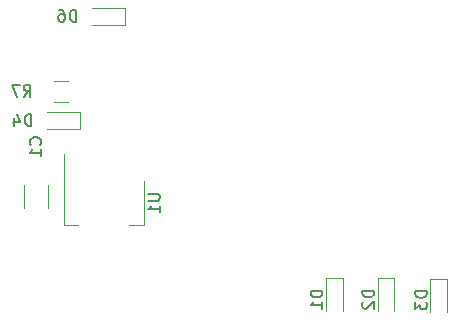
<source format=gbr>
G04 #@! TF.FileFunction,Legend,Bot*
%FSLAX46Y46*%
G04 Gerber Fmt 4.6, Leading zero omitted, Abs format (unit mm)*
G04 Created by KiCad (PCBNEW 4.0.6) date Saturday, July 01, 2017 'AMt' 11:58:48 AM*
%MOMM*%
%LPD*%
G01*
G04 APERTURE LIST*
%ADD10C,0.100000*%
%ADD11C,0.120000*%
%ADD12C,0.150000*%
G04 APERTURE END LIST*
D10*
D11*
X199648000Y-99743000D02*
X199648000Y-101743000D01*
X197608000Y-101743000D02*
X197608000Y-99743000D01*
X200107000Y-92701000D02*
X201307000Y-92701000D01*
X201307000Y-90941000D02*
X200107000Y-90941000D01*
X207778400Y-103180200D02*
X206518400Y-103180200D01*
X200958400Y-103180200D02*
X202218400Y-103180200D01*
X207778400Y-99420200D02*
X207778400Y-103180200D01*
X200958400Y-97170200D02*
X200958400Y-103180200D01*
X223175600Y-107640800D02*
X224575600Y-107640800D01*
X224575600Y-107640800D02*
X224575600Y-110440800D01*
X223175600Y-107640800D02*
X223175600Y-110440800D01*
X227544400Y-107640800D02*
X228944400Y-107640800D01*
X228944400Y-107640800D02*
X228944400Y-110440800D01*
X227544400Y-107640800D02*
X227544400Y-110440800D01*
X232014800Y-107681800D02*
X233414800Y-107681800D01*
X233414800Y-107681800D02*
X233414800Y-110481800D01*
X232014800Y-107681800D02*
X232014800Y-110481800D01*
X202376000Y-93584800D02*
X202376000Y-94984800D01*
X202376000Y-94984800D02*
X199576000Y-94984800D01*
X202376000Y-93584800D02*
X199576000Y-93584800D01*
X206186000Y-84771000D02*
X206186000Y-86171000D01*
X206186000Y-86171000D02*
X203386000Y-86171000D01*
X206186000Y-84771000D02*
X203386000Y-84771000D01*
D12*
X198985143Y-96353334D02*
X199032762Y-96305715D01*
X199080381Y-96162858D01*
X199080381Y-96067620D01*
X199032762Y-95924762D01*
X198937524Y-95829524D01*
X198842286Y-95781905D01*
X198651810Y-95734286D01*
X198508952Y-95734286D01*
X198318476Y-95781905D01*
X198223238Y-95829524D01*
X198128000Y-95924762D01*
X198080381Y-96067620D01*
X198080381Y-96162858D01*
X198128000Y-96305715D01*
X198175619Y-96353334D01*
X199080381Y-97305715D02*
X199080381Y-96734286D01*
X199080381Y-97020000D02*
X198080381Y-97020000D01*
X198223238Y-96924762D01*
X198318476Y-96829524D01*
X198366095Y-96734286D01*
X197575466Y-92273381D02*
X197908800Y-91797190D01*
X198146895Y-92273381D02*
X198146895Y-91273381D01*
X197765942Y-91273381D01*
X197670704Y-91321000D01*
X197623085Y-91368619D01*
X197575466Y-91463857D01*
X197575466Y-91606714D01*
X197623085Y-91701952D01*
X197670704Y-91749571D01*
X197765942Y-91797190D01*
X198146895Y-91797190D01*
X197242133Y-91273381D02*
X196575466Y-91273381D01*
X197004038Y-92273381D01*
X208113381Y-100508295D02*
X208922905Y-100508295D01*
X209018143Y-100555914D01*
X209065762Y-100603533D01*
X209113381Y-100698771D01*
X209113381Y-100889248D01*
X209065762Y-100984486D01*
X209018143Y-101032105D01*
X208922905Y-101079724D01*
X208113381Y-101079724D01*
X209113381Y-102079724D02*
X209113381Y-101508295D01*
X209113381Y-101794009D02*
X208113381Y-101794009D01*
X208256238Y-101698771D01*
X208351476Y-101603533D01*
X208399095Y-101508295D01*
X222877981Y-108702705D02*
X221877981Y-108702705D01*
X221877981Y-108940800D01*
X221925600Y-109083658D01*
X222020838Y-109178896D01*
X222116076Y-109226515D01*
X222306552Y-109274134D01*
X222449410Y-109274134D01*
X222639886Y-109226515D01*
X222735124Y-109178896D01*
X222830362Y-109083658D01*
X222877981Y-108940800D01*
X222877981Y-108702705D01*
X222877981Y-110226515D02*
X222877981Y-109655086D01*
X222877981Y-109940800D02*
X221877981Y-109940800D01*
X222020838Y-109845562D01*
X222116076Y-109750324D01*
X222163695Y-109655086D01*
X227246781Y-108702705D02*
X226246781Y-108702705D01*
X226246781Y-108940800D01*
X226294400Y-109083658D01*
X226389638Y-109178896D01*
X226484876Y-109226515D01*
X226675352Y-109274134D01*
X226818210Y-109274134D01*
X227008686Y-109226515D01*
X227103924Y-109178896D01*
X227199162Y-109083658D01*
X227246781Y-108940800D01*
X227246781Y-108702705D01*
X226342019Y-109655086D02*
X226294400Y-109702705D01*
X226246781Y-109797943D01*
X226246781Y-110036039D01*
X226294400Y-110131277D01*
X226342019Y-110178896D01*
X226437257Y-110226515D01*
X226532495Y-110226515D01*
X226675352Y-110178896D01*
X227246781Y-109607467D01*
X227246781Y-110226515D01*
X231717181Y-108743705D02*
X230717181Y-108743705D01*
X230717181Y-108981800D01*
X230764800Y-109124658D01*
X230860038Y-109219896D01*
X230955276Y-109267515D01*
X231145752Y-109315134D01*
X231288610Y-109315134D01*
X231479086Y-109267515D01*
X231574324Y-109219896D01*
X231669562Y-109124658D01*
X231717181Y-108981800D01*
X231717181Y-108743705D01*
X230717181Y-109648467D02*
X230717181Y-110267515D01*
X231098133Y-109934181D01*
X231098133Y-110077039D01*
X231145752Y-110172277D01*
X231193371Y-110219896D01*
X231288610Y-110267515D01*
X231526705Y-110267515D01*
X231621943Y-110219896D01*
X231669562Y-110172277D01*
X231717181Y-110077039D01*
X231717181Y-109791324D01*
X231669562Y-109696086D01*
X231621943Y-109648467D01*
X198223095Y-94762581D02*
X198223095Y-93762581D01*
X197985000Y-93762581D01*
X197842142Y-93810200D01*
X197746904Y-93905438D01*
X197699285Y-94000676D01*
X197651666Y-94191152D01*
X197651666Y-94334010D01*
X197699285Y-94524486D01*
X197746904Y-94619724D01*
X197842142Y-94714962D01*
X197985000Y-94762581D01*
X198223095Y-94762581D01*
X196794523Y-94095914D02*
X196794523Y-94762581D01*
X197032619Y-93714962D02*
X197270714Y-94429248D01*
X196651666Y-94429248D01*
X202033095Y-85923381D02*
X202033095Y-84923381D01*
X201795000Y-84923381D01*
X201652142Y-84971000D01*
X201556904Y-85066238D01*
X201509285Y-85161476D01*
X201461666Y-85351952D01*
X201461666Y-85494810D01*
X201509285Y-85685286D01*
X201556904Y-85780524D01*
X201652142Y-85875762D01*
X201795000Y-85923381D01*
X202033095Y-85923381D01*
X200604523Y-84923381D02*
X200795000Y-84923381D01*
X200890238Y-84971000D01*
X200937857Y-85018619D01*
X201033095Y-85161476D01*
X201080714Y-85351952D01*
X201080714Y-85732905D01*
X201033095Y-85828143D01*
X200985476Y-85875762D01*
X200890238Y-85923381D01*
X200699761Y-85923381D01*
X200604523Y-85875762D01*
X200556904Y-85828143D01*
X200509285Y-85732905D01*
X200509285Y-85494810D01*
X200556904Y-85399571D01*
X200604523Y-85351952D01*
X200699761Y-85304333D01*
X200890238Y-85304333D01*
X200985476Y-85351952D01*
X201033095Y-85399571D01*
X201080714Y-85494810D01*
M02*

</source>
